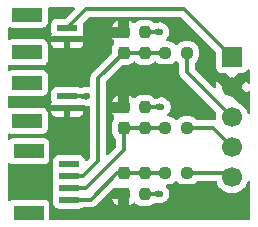
<source format=gbr>
%TF.GenerationSoftware,KiCad,Pcbnew,9.0.1*%
%TF.CreationDate,2025-04-08T23:45:02+08:00*%
%TF.ProjectId,HallConnector,48616c6c-436f-46e6-9e65-63746f722e6b,rev?*%
%TF.SameCoordinates,Original*%
%TF.FileFunction,Copper,L1,Top*%
%TF.FilePolarity,Positive*%
%FSLAX46Y46*%
G04 Gerber Fmt 4.6, Leading zero omitted, Abs format (unit mm)*
G04 Created by KiCad (PCBNEW 9.0.1) date 2025-04-08 23:45:02*
%MOMM*%
%LPD*%
G01*
G04 APERTURE LIST*
G04 Aperture macros list*
%AMRoundRect*
0 Rectangle with rounded corners*
0 $1 Rounding radius*
0 $2 $3 $4 $5 $6 $7 $8 $9 X,Y pos of 4 corners*
0 Add a 4 corners polygon primitive as box body*
4,1,4,$2,$3,$4,$5,$6,$7,$8,$9,$2,$3,0*
0 Add four circle primitives for the rounded corners*
1,1,$1+$1,$2,$3*
1,1,$1+$1,$4,$5*
1,1,$1+$1,$6,$7*
1,1,$1+$1,$8,$9*
0 Add four rect primitives between the rounded corners*
20,1,$1+$1,$2,$3,$4,$5,0*
20,1,$1+$1,$4,$5,$6,$7,0*
20,1,$1+$1,$6,$7,$8,$9,0*
20,1,$1+$1,$8,$9,$2,$3,0*%
G04 Aperture macros list end*
%TA.AperFunction,ComponentPad*%
%ADD10C,1.700000*%
%TD*%
%TA.AperFunction,ComponentPad*%
%ADD11R,1.700000X1.700000*%
%TD*%
%TA.AperFunction,SMDPad,CuDef*%
%ADD12R,2.500000X1.200000*%
%TD*%
%TA.AperFunction,SMDPad,CuDef*%
%ADD13R,1.700000X0.500000*%
%TD*%
%TA.AperFunction,SMDPad,CuDef*%
%ADD14RoundRect,0.237500X0.237500X-0.300000X0.237500X0.300000X-0.237500X0.300000X-0.237500X-0.300000X0*%
%TD*%
%TA.AperFunction,SMDPad,CuDef*%
%ADD15RoundRect,0.237500X-0.250000X-0.237500X0.250000X-0.237500X0.250000X0.237500X-0.250000X0.237500X0*%
%TD*%
%TA.AperFunction,SMDPad,CuDef*%
%ADD16RoundRect,0.237500X-0.237500X0.250000X-0.237500X-0.250000X0.237500X-0.250000X0.237500X0.250000X0*%
%TD*%
%TA.AperFunction,SMDPad,CuDef*%
%ADD17RoundRect,0.237500X0.237500X-0.250000X0.237500X0.250000X-0.237500X0.250000X-0.237500X-0.250000X0*%
%TD*%
%TA.AperFunction,SMDPad,CuDef*%
%ADD18RoundRect,0.237500X-0.237500X0.300000X-0.237500X-0.300000X0.237500X-0.300000X0.237500X0.300000X0*%
%TD*%
%TA.AperFunction,ViaPad*%
%ADD19C,0.600000*%
%TD*%
%TA.AperFunction,Conductor*%
%ADD20C,0.304800*%
%TD*%
G04 APERTURE END LIST*
D10*
%TO.P,J1,5,Pin_5*%
%TO.N,Net-(J1-Pin_5)*%
X138961500Y-65889000D03*
%TO.P,J1,4,Pin_4*%
%TO.N,Net-(J1-Pin_4)*%
X138961500Y-63349000D03*
%TO.P,J1,3,Pin_3*%
%TO.N,Net-(J1-Pin_3)*%
X138961500Y-60809000D03*
%TO.P,J1,2,Pin_2*%
%TO.N,GND*%
X138961500Y-58269000D03*
D11*
%TO.P,J1,1,Pin_1*%
%TO.N,+5V*%
X138961500Y-55729000D03*
%TD*%
D12*
%TO.P,U2,4,4*%
%TO.N,unconnected-(U2-Pad4)*%
X121626500Y-52121000D03*
%TO.P,U2,3,3*%
%TO.N,unconnected-(U2-Pad3)*%
X121626500Y-55321000D03*
D13*
%TO.P,U2,2,2*%
%TO.N,GND*%
X125026500Y-54221000D03*
%TO.P,U2,1,1*%
%TO.N,+5V*%
X125026500Y-53221000D03*
%TD*%
D14*
%TO.P,C2,2*%
%TO.N,GND*%
X129794000Y-59970500D03*
%TO.P,C2,1*%
%TO.N,/SPI1_MOSI*%
X129794000Y-61695500D03*
%TD*%
D12*
%TO.P,CN3,6,6*%
%TO.N,unconnected-(CN3-Pad6)*%
X121753500Y-68894000D03*
%TO.P,CN3,5,5*%
%TO.N,unconnected-(CN3-Pad5)*%
X121753500Y-63694000D03*
D13*
%TO.P,CN3,4,4*%
%TO.N,/SPI1_NSS*%
X125153500Y-67794000D03*
%TO.P,CN3,3,3*%
%TO.N,/SPI1_MOSI*%
X125153500Y-66794000D03*
%TO.P,CN3,2,2*%
%TO.N,/SPI1_MISO*%
X125153500Y-65794000D03*
%TO.P,CN3,1,1*%
%TO.N,unconnected-(CN3-Pad1)*%
X125153500Y-64794000D03*
%TD*%
D15*
%TO.P,R6,1*%
%TO.N,/SPI1_MISO*%
X133326500Y-55372000D03*
%TO.P,R6,2*%
%TO.N,Net-(J1-Pin_3)*%
X135151500Y-55372000D03*
%TD*%
D16*
%TO.P,R2,2*%
%TO.N,/SPI1_MOSI*%
X131572000Y-61745500D03*
%TO.P,R2,1*%
%TO.N,+3.3V*%
X131572000Y-59920500D03*
%TD*%
D12*
%TO.P,U1,4,4*%
%TO.N,unconnected-(U1-Pad4)*%
X121626500Y-57920000D03*
%TO.P,U1,3,3*%
%TO.N,unconnected-(U1-Pad3)*%
X121626500Y-61120000D03*
D13*
%TO.P,U1,2,2*%
%TO.N,GND*%
X125026500Y-60020000D03*
%TO.P,U1,1,1*%
%TO.N,+3.3V*%
X125026500Y-59020000D03*
%TD*%
D15*
%TO.P,R5,2*%
%TO.N,Net-(J1-Pin_4)*%
X135151500Y-61722000D03*
%TO.P,R5,1*%
%TO.N,/SPI1_MOSI*%
X133326500Y-61722000D03*
%TD*%
D14*
%TO.P,C1,2*%
%TO.N,GND*%
X129794000Y-53620500D03*
%TO.P,C1,1*%
%TO.N,/SPI1_MISO*%
X129794000Y-55345500D03*
%TD*%
D16*
%TO.P,R1,2*%
%TO.N,/SPI1_MISO*%
X131572000Y-55395500D03*
%TO.P,R1,1*%
%TO.N,+3.3V*%
X131572000Y-53570500D03*
%TD*%
D17*
%TO.P,R3,2*%
%TO.N,/SPI1_NSS*%
X131572000Y-65508500D03*
%TO.P,R3,1*%
%TO.N,+3.3V*%
X131572000Y-67333500D03*
%TD*%
D18*
%TO.P,C3,2*%
%TO.N,GND*%
X129794000Y-67283500D03*
%TO.P,C3,1*%
%TO.N,/SPI1_NSS*%
X129794000Y-65558500D03*
%TD*%
D15*
%TO.P,R4,2*%
%TO.N,Net-(J1-Pin_5)*%
X135151500Y-65532000D03*
%TO.P,R4,1*%
%TO.N,/SPI1_NSS*%
X133326500Y-65532000D03*
%TD*%
D19*
%TO.N,GND*%
X128651000Y-53594000D03*
X129794000Y-68453000D03*
X129794000Y-57785000D03*
X130429000Y-57785000D03*
X125730000Y-61214000D03*
X125730000Y-55372000D03*
X124968000Y-61214000D03*
X124968000Y-55372000D03*
%TO.N,+3.3V*%
X132842000Y-67310000D03*
X132842000Y-53594000D03*
X132969000Y-59944000D03*
X126728600Y-59055000D03*
%TD*%
D20*
%TO.N,/SPI1_MOSI*%
X126627000Y-66794000D02*
X125153500Y-66794000D01*
X129794000Y-63627000D02*
X126627000Y-66794000D01*
X129794000Y-61695500D02*
X129794000Y-63627000D01*
%TO.N,/SPI1_NSS*%
X127024000Y-67794000D02*
X125153500Y-67794000D01*
X129259500Y-65558500D02*
X127024000Y-67794000D01*
X129794000Y-65558500D02*
X129259500Y-65558500D01*
%TO.N,+5V*%
X134885900Y-51653400D02*
X138961500Y-55729000D01*
X126594100Y-51653400D02*
X134885900Y-51653400D01*
X125026500Y-53221000D02*
X126594100Y-51653400D01*
%TO.N,/SPI1_MISO*%
X126357000Y-65794000D02*
X125153500Y-65794000D01*
X127635000Y-64516000D02*
X126357000Y-65794000D01*
X127635000Y-57504500D02*
X127635000Y-64516000D01*
X129794000Y-55345500D02*
X127635000Y-57504500D01*
%TO.N,/SPI1_NSS*%
X129794000Y-65558500D02*
X131522000Y-65558500D01*
X131522000Y-65558500D02*
X131572000Y-65508500D01*
%TO.N,/SPI1_MOSI*%
X131522000Y-61695500D02*
X131572000Y-61745500D01*
X129794000Y-61695500D02*
X131522000Y-61695500D01*
%TO.N,/SPI1_MISO*%
X131522000Y-55345500D02*
X131572000Y-55395500D01*
X129794000Y-55345500D02*
X131522000Y-55345500D01*
%TO.N,+3.3V*%
X132842000Y-67310000D02*
X131595500Y-67310000D01*
X131595500Y-67310000D02*
X131572000Y-67333500D01*
X132842000Y-53594000D02*
X131595500Y-53594000D01*
X131595500Y-53594000D02*
X131572000Y-53570500D01*
X131595500Y-59944000D02*
X131572000Y-59920500D01*
X132969000Y-59944000D02*
X131595500Y-59944000D01*
X126693600Y-59020000D02*
X126728600Y-59055000D01*
X125026500Y-59020000D02*
X126693600Y-59020000D01*
%TO.N,Net-(J1-Pin_5)*%
X138604500Y-65532000D02*
X135151500Y-65532000D01*
X138961500Y-65889000D02*
X138604500Y-65532000D01*
%TO.N,/SPI1_NSS*%
X131595500Y-65532000D02*
X131572000Y-65508500D01*
X133326500Y-65532000D02*
X131595500Y-65532000D01*
%TO.N,/SPI1_MOSI*%
X131595500Y-61722000D02*
X131572000Y-61745500D01*
X133326500Y-61722000D02*
X131595500Y-61722000D01*
%TO.N,/SPI1_MISO*%
X131595500Y-55372000D02*
X131572000Y-55395500D01*
X133326500Y-55372000D02*
X131595500Y-55372000D01*
%TO.N,Net-(J1-Pin_4)*%
X138961500Y-63349000D02*
X137334500Y-61722000D01*
X137334500Y-61722000D02*
X135151500Y-61722000D01*
%TO.N,Net-(J1-Pin_3)*%
X135151500Y-56999000D02*
X135151500Y-55372000D01*
X138961500Y-60809000D02*
X135151500Y-56999000D01*
%TD*%
%TA.AperFunction,Conductor*%
%TO.N,GND*%
G36*
X125591337Y-51520185D02*
G01*
X125637092Y-51572989D01*
X125647036Y-51642147D01*
X125618011Y-51705703D01*
X125611979Y-51712181D01*
X124889977Y-52434181D01*
X124828654Y-52467666D01*
X124802296Y-52470500D01*
X124128629Y-52470500D01*
X124128623Y-52470501D01*
X124069016Y-52476908D01*
X123934171Y-52527202D01*
X123934164Y-52527206D01*
X123818955Y-52613452D01*
X123818952Y-52613455D01*
X123732706Y-52728664D01*
X123732702Y-52728671D01*
X123682410Y-52863513D01*
X123682409Y-52863517D01*
X123676000Y-52923127D01*
X123676000Y-52923134D01*
X123676000Y-52923135D01*
X123676000Y-53518870D01*
X123676001Y-53518876D01*
X123682408Y-53578483D01*
X123719668Y-53678381D01*
X123724652Y-53748073D01*
X123719668Y-53765046D01*
X123682903Y-53863617D01*
X123682901Y-53863627D01*
X123676500Y-53923155D01*
X123676500Y-53971000D01*
X124117333Y-53971000D01*
X124125311Y-53971427D01*
X124125317Y-53971322D01*
X124128602Y-53971497D01*
X124128627Y-53971500D01*
X125924372Y-53971499D01*
X125924372Y-53971498D01*
X125927696Y-53971321D01*
X125927701Y-53971426D01*
X125935663Y-53971000D01*
X126376500Y-53971000D01*
X126376500Y-53923172D01*
X126376499Y-53923155D01*
X126370098Y-53863627D01*
X126370096Y-53863620D01*
X126333331Y-53765047D01*
X126328347Y-53695356D01*
X126333331Y-53678381D01*
X126370591Y-53578483D01*
X126377000Y-53518873D01*
X126376999Y-53145500D01*
X128837553Y-53145500D01*
X129319000Y-53145500D01*
X129319000Y-52622263D01*
X129242699Y-52647546D01*
X129242688Y-52647551D01*
X129095965Y-52738052D01*
X129095961Y-52738055D01*
X128974055Y-52859961D01*
X128974052Y-52859965D01*
X128883551Y-53006688D01*
X128883546Y-53006699D01*
X128837553Y-53145500D01*
X126376999Y-53145500D01*
X126376999Y-52923128D01*
X126370790Y-52865373D01*
X126383196Y-52796616D01*
X126406396Y-52764443D01*
X126828221Y-52342619D01*
X126889544Y-52309134D01*
X126915902Y-52306300D01*
X134564097Y-52306300D01*
X134631136Y-52325985D01*
X134651778Y-52342619D01*
X137574681Y-55265521D01*
X137608166Y-55326844D01*
X137611000Y-55353202D01*
X137611000Y-56626870D01*
X137611001Y-56626876D01*
X137617408Y-56686483D01*
X137667702Y-56821328D01*
X137667706Y-56821335D01*
X137753952Y-56936544D01*
X137753955Y-56936547D01*
X137869164Y-57022793D01*
X137869171Y-57022797D01*
X137914118Y-57039561D01*
X138004017Y-57073091D01*
X138063627Y-57079500D01*
X138427745Y-57079499D01*
X138494782Y-57099183D01*
X138515424Y-57115818D01*
X138961500Y-57561894D01*
X138961501Y-57561894D01*
X139407575Y-57115818D01*
X139468898Y-57082333D01*
X139495254Y-57079499D01*
X139859372Y-57079499D01*
X139918983Y-57073091D01*
X140053831Y-57022796D01*
X140169046Y-56936546D01*
X140255296Y-56821331D01*
X140255979Y-56819500D01*
X140259318Y-56810549D01*
X140301188Y-56754615D01*
X140366652Y-56730197D01*
X140434925Y-56745048D01*
X140484331Y-56794453D01*
X140499500Y-56853881D01*
X140499500Y-57850879D01*
X140479815Y-57917918D01*
X140427011Y-57963673D01*
X140357853Y-57973617D01*
X140294297Y-57944592D01*
X140257569Y-57889197D01*
X140212594Y-57750781D01*
X140212594Y-57750780D01*
X140203896Y-57733708D01*
X139668606Y-58268999D01*
X139668606Y-58269001D01*
X140203895Y-58804290D01*
X140203895Y-58804289D01*
X140212593Y-58787220D01*
X140212594Y-58787218D01*
X140257569Y-58648801D01*
X140297007Y-58591125D01*
X140361365Y-58563927D01*
X140430212Y-58575842D01*
X140481687Y-58623086D01*
X140499500Y-58687119D01*
X140499500Y-60389264D01*
X140479815Y-60456303D01*
X140427011Y-60502058D01*
X140357853Y-60512002D01*
X140294297Y-60482977D01*
X140257569Y-60427582D01*
X140252674Y-60412516D01*
X140213057Y-60290588D01*
X140116551Y-60101184D01*
X140116549Y-60101181D01*
X140116548Y-60101179D01*
X139991609Y-59929213D01*
X139841286Y-59778890D01*
X139669320Y-59653951D01*
X139569052Y-59602862D01*
X139518256Y-59554887D01*
X139511006Y-59525611D01*
X138654493Y-58669099D01*
X138768507Y-58734925D01*
X138895674Y-58769000D01*
X139027326Y-58769000D01*
X139154493Y-58734925D01*
X139268507Y-58669099D01*
X139361599Y-58576007D01*
X139427425Y-58461993D01*
X139461500Y-58334826D01*
X139461500Y-58203174D01*
X139427425Y-58076007D01*
X139361599Y-57961993D01*
X139268507Y-57868901D01*
X139154493Y-57803075D01*
X139027326Y-57769000D01*
X138895674Y-57769000D01*
X138768507Y-57803075D01*
X138654493Y-57868901D01*
X138561401Y-57961993D01*
X138495575Y-58076007D01*
X138461500Y-58203174D01*
X138461500Y-58334826D01*
X138495575Y-58461993D01*
X138561401Y-58576007D01*
X137719103Y-57733709D01*
X137710404Y-57750783D01*
X137644742Y-57952869D01*
X137644742Y-57952872D01*
X137611500Y-58162753D01*
X137611500Y-58236297D01*
X137591815Y-58303336D01*
X137539011Y-58349091D01*
X137469853Y-58359035D01*
X137406297Y-58330010D01*
X137399819Y-58323978D01*
X135840719Y-56764878D01*
X135807234Y-56703555D01*
X135804400Y-56677197D01*
X135804400Y-56297290D01*
X135824085Y-56230251D01*
X135857319Y-56197630D01*
X135856681Y-56196823D01*
X135862348Y-56192341D01*
X135862347Y-56192341D01*
X135862350Y-56192340D01*
X135984340Y-56070350D01*
X136074908Y-55923516D01*
X136129174Y-55759753D01*
X136139500Y-55658677D01*
X136139499Y-55085324D01*
X136129174Y-54984247D01*
X136074908Y-54820484D01*
X135984340Y-54673650D01*
X135862350Y-54551660D01*
X135771129Y-54495395D01*
X135715518Y-54461093D01*
X135715513Y-54461091D01*
X135714069Y-54460612D01*
X135551753Y-54406826D01*
X135551751Y-54406825D01*
X135450678Y-54396500D01*
X134852330Y-54396500D01*
X134852312Y-54396501D01*
X134751247Y-54406825D01*
X134587484Y-54461092D01*
X134587481Y-54461093D01*
X134440648Y-54551661D01*
X134326681Y-54665629D01*
X134265358Y-54699114D01*
X134195666Y-54694130D01*
X134151319Y-54665629D01*
X134037351Y-54551661D01*
X134037350Y-54551660D01*
X133946129Y-54495395D01*
X133890518Y-54461093D01*
X133890513Y-54461091D01*
X133889069Y-54460612D01*
X133726753Y-54406826D01*
X133726751Y-54406825D01*
X133625684Y-54396500D01*
X133470940Y-54396500D01*
X133403901Y-54376815D01*
X133358146Y-54324011D01*
X133348202Y-54254853D01*
X133377227Y-54191297D01*
X133383245Y-54184832D01*
X133463789Y-54104289D01*
X133551394Y-53973179D01*
X133552090Y-53971500D01*
X133594266Y-53869676D01*
X133611737Y-53827497D01*
X133642500Y-53672842D01*
X133642500Y-53515158D01*
X133642500Y-53515155D01*
X133642499Y-53515153D01*
X133611738Y-53360510D01*
X133611737Y-53360503D01*
X133574798Y-53271323D01*
X133551397Y-53214827D01*
X133551390Y-53214814D01*
X133463789Y-53083711D01*
X133463786Y-53083707D01*
X133352292Y-52972213D01*
X133352288Y-52972210D01*
X133221185Y-52884609D01*
X133221172Y-52884602D01*
X133075501Y-52824264D01*
X133075489Y-52824261D01*
X132920845Y-52793500D01*
X132920842Y-52793500D01*
X132763158Y-52793500D01*
X132763153Y-52793500D01*
X132689169Y-52808216D01*
X132689140Y-52808222D01*
X132682201Y-52809603D01*
X132642092Y-52814278D01*
X132476078Y-52858231D01*
X132474313Y-52858646D01*
X132441124Y-52856816D01*
X132407870Y-52855926D01*
X132406177Y-52854890D01*
X132404550Y-52854801D01*
X132396450Y-52848941D01*
X132358298Y-52825608D01*
X132270351Y-52737661D01*
X132270350Y-52737660D01*
X132179129Y-52681395D01*
X132123518Y-52647093D01*
X132123513Y-52647091D01*
X132048587Y-52622263D01*
X131959753Y-52592826D01*
X131959751Y-52592825D01*
X131858678Y-52582500D01*
X131285330Y-52582500D01*
X131285312Y-52582501D01*
X131184247Y-52592825D01*
X131020484Y-52647092D01*
X131020481Y-52647093D01*
X130873651Y-52737659D01*
X130770327Y-52840983D01*
X130709004Y-52874467D01*
X130639312Y-52869483D01*
X130594965Y-52840982D01*
X130492038Y-52738055D01*
X130492034Y-52738052D01*
X130345311Y-52647551D01*
X130345300Y-52647546D01*
X130269000Y-52622263D01*
X130269000Y-53496500D01*
X130249315Y-53563539D01*
X130196511Y-53609294D01*
X130145000Y-53620500D01*
X129794000Y-53620500D01*
X129794000Y-53971500D01*
X129774315Y-54038539D01*
X129721511Y-54084294D01*
X129670000Y-54095500D01*
X128837553Y-54095500D01*
X128883546Y-54234300D01*
X128883551Y-54234311D01*
X128974052Y-54381034D01*
X128974055Y-54381038D01*
X128987982Y-54394965D01*
X129021467Y-54456288D01*
X129016483Y-54525980D01*
X128987984Y-54570325D01*
X128973661Y-54584648D01*
X128883093Y-54731481D01*
X128883092Y-54731484D01*
X128828826Y-54895247D01*
X128828826Y-54895248D01*
X128828825Y-54895248D01*
X128818500Y-54996315D01*
X128818500Y-55346296D01*
X128798815Y-55413335D01*
X128782181Y-55433977D01*
X127127863Y-57088294D01*
X127127857Y-57088301D01*
X127060278Y-57189441D01*
X127060279Y-57189442D01*
X127056407Y-57195235D01*
X127007191Y-57314055D01*
X127007189Y-57314061D01*
X126982100Y-57440192D01*
X126982100Y-58138147D01*
X126962415Y-58205186D01*
X126909611Y-58250941D01*
X126840453Y-58260885D01*
X126833908Y-58259764D01*
X126807444Y-58254500D01*
X126807442Y-58254500D01*
X126649758Y-58254500D01*
X126603602Y-58263680D01*
X126586114Y-58265881D01*
X126559767Y-58267306D01*
X126201941Y-58338667D01*
X126132347Y-58332474D01*
X126119304Y-58326380D01*
X125983982Y-58275908D01*
X125983983Y-58275908D01*
X125924383Y-58269501D01*
X125924381Y-58269500D01*
X125924373Y-58269500D01*
X125924364Y-58269500D01*
X124128629Y-58269500D01*
X124128623Y-58269501D01*
X124069016Y-58275908D01*
X123934171Y-58326202D01*
X123934164Y-58326206D01*
X123818955Y-58412452D01*
X123818952Y-58412455D01*
X123732706Y-58527664D01*
X123732702Y-58527671D01*
X123682410Y-58662513D01*
X123682409Y-58662517D01*
X123676000Y-58722127D01*
X123676000Y-58722134D01*
X123676000Y-58722135D01*
X123676000Y-59317870D01*
X123676001Y-59317876D01*
X123682408Y-59377483D01*
X123719668Y-59477381D01*
X123724652Y-59547073D01*
X123719668Y-59564046D01*
X123682903Y-59662617D01*
X123682901Y-59662627D01*
X123676500Y-59722155D01*
X123676500Y-59770000D01*
X124117333Y-59770000D01*
X124125311Y-59770427D01*
X124125317Y-59770322D01*
X124128602Y-59770497D01*
X124128627Y-59770500D01*
X125924372Y-59770499D01*
X125924372Y-59770498D01*
X125927696Y-59770321D01*
X125927701Y-59770426D01*
X125935663Y-59770000D01*
X126312161Y-59770000D01*
X126314861Y-59770434D01*
X126316281Y-59770068D01*
X126351029Y-59776248D01*
X126479712Y-59818726D01*
X126488291Y-59821915D01*
X126495105Y-59824738D01*
X126497515Y-59825217D01*
X126508739Y-59827998D01*
X126527505Y-59833588D01*
X126528397Y-59833825D01*
X126528855Y-59833947D01*
X126612242Y-59848803D01*
X126612244Y-59848802D01*
X126615967Y-59849466D01*
X126625991Y-59850772D01*
X126649758Y-59855500D01*
X126649759Y-59855500D01*
X126807444Y-59855500D01*
X126833908Y-59850236D01*
X126903500Y-59856463D01*
X126958677Y-59899326D01*
X126981922Y-59965216D01*
X126982100Y-59971853D01*
X126982100Y-64194197D01*
X126962415Y-64261236D01*
X126945781Y-64281878D01*
X126709353Y-64518305D01*
X126648030Y-64551790D01*
X126578338Y-64546806D01*
X126522405Y-64504934D01*
X126498382Y-64443875D01*
X126497591Y-64436516D01*
X126447297Y-64301671D01*
X126447293Y-64301664D01*
X126361047Y-64186455D01*
X126361044Y-64186452D01*
X126245835Y-64100206D01*
X126245828Y-64100202D01*
X126110982Y-64049908D01*
X126110983Y-64049908D01*
X126051383Y-64043501D01*
X126051381Y-64043500D01*
X126051373Y-64043500D01*
X126051364Y-64043500D01*
X124255629Y-64043500D01*
X124255623Y-64043501D01*
X124196016Y-64049908D01*
X124061171Y-64100202D01*
X124061164Y-64100206D01*
X123945955Y-64186452D01*
X123945952Y-64186455D01*
X123859706Y-64301664D01*
X123859702Y-64301671D01*
X123809410Y-64436513D01*
X123809409Y-64436517D01*
X123803000Y-64496127D01*
X123803000Y-64496134D01*
X123803000Y-64496135D01*
X123803000Y-65091870D01*
X123803001Y-65091876D01*
X123809409Y-65151484D01*
X123846401Y-65250668D01*
X123851385Y-65320360D01*
X123846401Y-65337332D01*
X123809410Y-65436511D01*
X123809409Y-65436515D01*
X123809409Y-65436517D01*
X123803000Y-65496127D01*
X123803000Y-65496134D01*
X123803000Y-65496135D01*
X123803000Y-66091870D01*
X123803001Y-66091876D01*
X123809409Y-66151484D01*
X123846401Y-66250668D01*
X123851385Y-66320360D01*
X123846401Y-66337332D01*
X123809410Y-66436511D01*
X123809409Y-66436515D01*
X123809409Y-66436517D01*
X123803000Y-66496127D01*
X123803000Y-66496134D01*
X123803000Y-66496135D01*
X123803000Y-67091870D01*
X123803001Y-67091876D01*
X123809409Y-67151484D01*
X123846401Y-67250668D01*
X123851385Y-67320360D01*
X123846401Y-67337332D01*
X123809410Y-67436511D01*
X123809409Y-67436515D01*
X123809409Y-67436517D01*
X123803000Y-67496127D01*
X123803000Y-67496134D01*
X123803000Y-67496135D01*
X123803000Y-68091870D01*
X123803001Y-68091876D01*
X123809408Y-68151483D01*
X123859702Y-68286328D01*
X123859706Y-68286335D01*
X123945952Y-68401544D01*
X123945955Y-68401547D01*
X124061164Y-68487793D01*
X124061171Y-68487797D01*
X124196017Y-68538091D01*
X124196016Y-68538091D01*
X124202944Y-68538835D01*
X124255627Y-68544500D01*
X126051372Y-68544499D01*
X126110983Y-68538091D01*
X126245831Y-68487796D01*
X126267422Y-68471633D01*
X126332886Y-68447216D01*
X126341733Y-68446900D01*
X127088307Y-68446900D01*
X127173165Y-68430019D01*
X127214444Y-68421809D01*
X127333264Y-68372592D01*
X127440200Y-68301141D01*
X127884296Y-67857045D01*
X127982841Y-67758500D01*
X128837553Y-67758500D01*
X128883546Y-67897300D01*
X128883551Y-67897311D01*
X128974052Y-68044034D01*
X128974055Y-68044038D01*
X129095961Y-68165944D01*
X129095965Y-68165947D01*
X129242694Y-68256451D01*
X129319000Y-68281735D01*
X129319000Y-67758500D01*
X128837553Y-67758500D01*
X127982841Y-67758500D01*
X128091709Y-67649632D01*
X128664842Y-67076498D01*
X128896520Y-66844818D01*
X128957843Y-66811334D01*
X128984201Y-66808500D01*
X129670000Y-66808500D01*
X129737039Y-66828185D01*
X129782794Y-66880989D01*
X129794000Y-66932500D01*
X129794000Y-67283500D01*
X130145000Y-67283500D01*
X130212039Y-67303185D01*
X130257794Y-67355989D01*
X130269000Y-67407500D01*
X130269000Y-68281735D01*
X130345305Y-68256451D01*
X130492033Y-68165948D01*
X130594964Y-68063017D01*
X130656287Y-68029532D01*
X130725979Y-68034516D01*
X130770327Y-68063017D01*
X130873650Y-68166340D01*
X131020484Y-68256908D01*
X131184247Y-68311174D01*
X131285323Y-68321500D01*
X131858676Y-68321499D01*
X131858684Y-68321498D01*
X131858687Y-68321498D01*
X131914030Y-68315844D01*
X131959753Y-68311174D01*
X132123516Y-68256908D01*
X132270350Y-68166340D01*
X132358304Y-68078385D01*
X132419623Y-68044903D01*
X132477715Y-68046198D01*
X132642091Y-68089720D01*
X132656261Y-68093254D01*
X132656936Y-68093412D01*
X132678515Y-68096920D01*
X132725481Y-68104557D01*
X132725483Y-68104557D01*
X132725489Y-68104558D01*
X132725494Y-68104557D01*
X132727542Y-68104671D01*
X132744889Y-68106866D01*
X132763155Y-68110500D01*
X132763158Y-68110500D01*
X132920844Y-68110500D01*
X132920845Y-68110499D01*
X133075497Y-68079737D01*
X133221179Y-68019394D01*
X133352289Y-67931789D01*
X133463789Y-67820289D01*
X133551394Y-67689179D01*
X133611737Y-67543497D01*
X133642500Y-67388842D01*
X133642500Y-67231158D01*
X133642500Y-67231155D01*
X133642499Y-67231153D01*
X133626652Y-67151484D01*
X133611737Y-67076503D01*
X133552399Y-66933247D01*
X133551397Y-66930827D01*
X133551390Y-66930814D01*
X133463789Y-66799711D01*
X133463786Y-66799707D01*
X133383259Y-66719180D01*
X133349774Y-66657857D01*
X133354758Y-66588165D01*
X133396630Y-66532232D01*
X133462094Y-66507815D01*
X133470932Y-66507499D01*
X133625676Y-66507499D01*
X133625684Y-66507498D01*
X133625687Y-66507498D01*
X133681030Y-66501844D01*
X133726753Y-66497174D01*
X133890516Y-66442908D01*
X134037350Y-66352340D01*
X134151319Y-66238371D01*
X134212642Y-66204886D01*
X134282334Y-66209870D01*
X134326681Y-66238371D01*
X134440650Y-66352340D01*
X134587484Y-66442908D01*
X134751247Y-66497174D01*
X134852323Y-66507500D01*
X135450676Y-66507499D01*
X135450684Y-66507498D01*
X135450687Y-66507498D01*
X135506030Y-66501844D01*
X135551753Y-66497174D01*
X135715516Y-66442908D01*
X135862350Y-66352340D01*
X135984340Y-66230350D01*
X135984340Y-66230349D01*
X135989447Y-66225243D01*
X135990741Y-66226537D01*
X136040068Y-66191612D01*
X136080310Y-66184900D01*
X137547553Y-66184900D01*
X137614592Y-66204585D01*
X137660347Y-66257389D01*
X137665484Y-66270581D01*
X137709944Y-66407416D01*
X137806451Y-66596820D01*
X137931390Y-66768786D01*
X138081713Y-66919109D01*
X138253679Y-67044048D01*
X138253681Y-67044049D01*
X138253684Y-67044051D01*
X138443088Y-67140557D01*
X138645257Y-67206246D01*
X138855213Y-67239500D01*
X138855214Y-67239500D01*
X139067786Y-67239500D01*
X139067787Y-67239500D01*
X139277743Y-67206246D01*
X139479912Y-67140557D01*
X139669316Y-67044051D01*
X139821826Y-66933247D01*
X139841286Y-66919109D01*
X139841288Y-66919106D01*
X139841292Y-66919104D01*
X139991604Y-66768792D01*
X139991606Y-66768788D01*
X139991609Y-66768786D01*
X140116548Y-66596820D01*
X140116547Y-66596820D01*
X140116551Y-66596816D01*
X140213057Y-66407412D01*
X140257570Y-66270415D01*
X140297006Y-66212741D01*
X140361365Y-66185543D01*
X140430211Y-66197458D01*
X140481687Y-66244702D01*
X140499500Y-66308735D01*
X140499500Y-69375500D01*
X140479815Y-69442539D01*
X140427011Y-69488294D01*
X140375500Y-69499500D01*
X123628000Y-69499500D01*
X123560961Y-69479815D01*
X123515206Y-69427011D01*
X123504000Y-69375500D01*
X123503999Y-68246129D01*
X123503998Y-68246123D01*
X123497591Y-68186516D01*
X123447297Y-68051671D01*
X123447293Y-68051664D01*
X123361047Y-67936455D01*
X123361044Y-67936452D01*
X123245835Y-67850206D01*
X123245828Y-67850202D01*
X123110982Y-67799908D01*
X123110983Y-67799908D01*
X123051383Y-67793501D01*
X123051381Y-67793500D01*
X123051373Y-67793500D01*
X123051364Y-67793500D01*
X120455629Y-67793500D01*
X120455623Y-67793501D01*
X120396016Y-67799908D01*
X120261171Y-67850202D01*
X120261168Y-67850204D01*
X120198811Y-67896885D01*
X120133347Y-67921302D01*
X120065074Y-67906450D01*
X120015668Y-67857045D01*
X120000500Y-67797618D01*
X120000500Y-64790381D01*
X120020185Y-64723342D01*
X120072989Y-64677587D01*
X120142147Y-64667643D01*
X120198810Y-64691114D01*
X120256030Y-64733949D01*
X120261168Y-64737795D01*
X120261171Y-64737797D01*
X120396017Y-64788091D01*
X120396016Y-64788091D01*
X120402944Y-64788835D01*
X120455627Y-64794500D01*
X123051372Y-64794499D01*
X123110983Y-64788091D01*
X123245831Y-64737796D01*
X123361046Y-64651546D01*
X123447296Y-64536331D01*
X123497591Y-64401483D01*
X123504000Y-64341873D01*
X123503999Y-63046128D01*
X123497591Y-62986517D01*
X123447296Y-62851669D01*
X123447295Y-62851668D01*
X123447293Y-62851664D01*
X123361047Y-62736455D01*
X123361044Y-62736452D01*
X123245835Y-62650206D01*
X123245828Y-62650202D01*
X123110982Y-62599908D01*
X123110983Y-62599908D01*
X123051383Y-62593501D01*
X123051381Y-62593500D01*
X123051373Y-62593500D01*
X123051364Y-62593500D01*
X120455629Y-62593500D01*
X120455623Y-62593501D01*
X120396016Y-62599908D01*
X120261171Y-62650202D01*
X120261168Y-62650204D01*
X120198811Y-62696885D01*
X120133347Y-62721302D01*
X120065074Y-62706450D01*
X120015668Y-62657045D01*
X120000500Y-62597618D01*
X120000500Y-62292534D01*
X120020185Y-62225495D01*
X120072989Y-62179740D01*
X120142147Y-62169796D01*
X120167833Y-62176352D01*
X120269017Y-62214091D01*
X120269016Y-62214091D01*
X120275944Y-62214835D01*
X120328627Y-62220500D01*
X122924372Y-62220499D01*
X122983983Y-62214091D01*
X123118831Y-62163796D01*
X123234046Y-62077546D01*
X123320296Y-61962331D01*
X123370591Y-61827483D01*
X123377000Y-61767873D01*
X123376999Y-60472128D01*
X123370591Y-60412517D01*
X123361919Y-60389264D01*
X123335281Y-60317844D01*
X123676500Y-60317844D01*
X123682901Y-60377372D01*
X123682903Y-60377379D01*
X123733145Y-60512086D01*
X123733149Y-60512093D01*
X123819309Y-60627187D01*
X123819312Y-60627190D01*
X123934406Y-60713350D01*
X123934413Y-60713354D01*
X124069120Y-60763596D01*
X124069127Y-60763598D01*
X124128655Y-60769999D01*
X124128672Y-60770000D01*
X124776500Y-60770000D01*
X125276500Y-60770000D01*
X125924328Y-60770000D01*
X125924344Y-60769999D01*
X125983872Y-60763598D01*
X125983879Y-60763596D01*
X126118586Y-60713354D01*
X126118593Y-60713350D01*
X126233687Y-60627190D01*
X126233690Y-60627187D01*
X126319850Y-60512093D01*
X126319854Y-60512086D01*
X126370096Y-60377379D01*
X126370098Y-60377372D01*
X126376499Y-60317844D01*
X126376500Y-60317827D01*
X126376500Y-60270000D01*
X125276500Y-60270000D01*
X125276500Y-60770000D01*
X124776500Y-60770000D01*
X124776500Y-60270000D01*
X123676500Y-60270000D01*
X123676500Y-60317844D01*
X123335281Y-60317844D01*
X123320296Y-60277668D01*
X123320295Y-60277667D01*
X123234047Y-60162455D01*
X123234044Y-60162452D01*
X123118835Y-60076206D01*
X123118828Y-60076202D01*
X122983982Y-60025908D01*
X122983983Y-60025908D01*
X122924383Y-60019501D01*
X122924381Y-60019500D01*
X122924373Y-60019500D01*
X122924364Y-60019500D01*
X120328629Y-60019500D01*
X120328623Y-60019501D01*
X120269015Y-60025909D01*
X120167832Y-60063647D01*
X120098140Y-60068631D01*
X120036818Y-60035145D01*
X120003333Y-59973822D01*
X120000500Y-59947465D01*
X120000500Y-59092534D01*
X120020185Y-59025495D01*
X120072989Y-58979740D01*
X120142147Y-58969796D01*
X120167833Y-58976352D01*
X120269017Y-59014091D01*
X120269016Y-59014091D01*
X120275944Y-59014835D01*
X120328627Y-59020500D01*
X122924372Y-59020499D01*
X122983983Y-59014091D01*
X123118831Y-58963796D01*
X123234046Y-58877546D01*
X123320296Y-58762331D01*
X123370591Y-58627483D01*
X123377000Y-58567873D01*
X123376999Y-57272128D01*
X123370591Y-57212517D01*
X123364145Y-57195235D01*
X123320297Y-57077671D01*
X123320293Y-57077664D01*
X123234047Y-56962455D01*
X123234044Y-56962452D01*
X123118835Y-56876206D01*
X123118828Y-56876202D01*
X122983982Y-56825908D01*
X122983983Y-56825908D01*
X122924383Y-56819501D01*
X122924381Y-56819500D01*
X122924373Y-56819500D01*
X122924364Y-56819500D01*
X120328629Y-56819500D01*
X120328623Y-56819501D01*
X120269015Y-56825909D01*
X120167832Y-56863647D01*
X120098140Y-56868631D01*
X120036818Y-56835145D01*
X120003333Y-56773822D01*
X120000500Y-56747465D01*
X120000500Y-56493534D01*
X120020185Y-56426495D01*
X120072989Y-56380740D01*
X120142147Y-56370796D01*
X120167833Y-56377352D01*
X120269017Y-56415091D01*
X120269016Y-56415091D01*
X120275944Y-56415835D01*
X120328627Y-56421500D01*
X122924372Y-56421499D01*
X122983983Y-56415091D01*
X123118831Y-56364796D01*
X123234046Y-56278546D01*
X123320296Y-56163331D01*
X123370591Y-56028483D01*
X123377000Y-55968873D01*
X123376999Y-54673128D01*
X123370591Y-54613517D01*
X123367086Y-54604118D01*
X123335281Y-54518844D01*
X123676500Y-54518844D01*
X123682901Y-54578372D01*
X123682903Y-54578379D01*
X123733145Y-54713086D01*
X123733149Y-54713093D01*
X123819309Y-54828187D01*
X123819312Y-54828190D01*
X123934406Y-54914350D01*
X123934413Y-54914354D01*
X124069120Y-54964596D01*
X124069127Y-54964598D01*
X124128655Y-54970999D01*
X124128672Y-54971000D01*
X124776500Y-54971000D01*
X125276500Y-54971000D01*
X125924328Y-54971000D01*
X125924344Y-54970999D01*
X125983872Y-54964598D01*
X125983879Y-54964596D01*
X126118586Y-54914354D01*
X126118593Y-54914350D01*
X126233687Y-54828190D01*
X126233690Y-54828187D01*
X126319850Y-54713093D01*
X126319854Y-54713086D01*
X126370096Y-54578379D01*
X126370098Y-54578372D01*
X126376499Y-54518844D01*
X126376500Y-54518827D01*
X126376500Y-54471000D01*
X125276500Y-54471000D01*
X125276500Y-54971000D01*
X124776500Y-54971000D01*
X124776500Y-54471000D01*
X123676500Y-54471000D01*
X123676500Y-54518844D01*
X123335281Y-54518844D01*
X123320296Y-54478668D01*
X123320295Y-54478667D01*
X123234047Y-54363455D01*
X123234044Y-54363452D01*
X123118835Y-54277206D01*
X123118828Y-54277202D01*
X122983982Y-54226908D01*
X122983983Y-54226908D01*
X122924383Y-54220501D01*
X122924381Y-54220500D01*
X122924373Y-54220500D01*
X122924364Y-54220500D01*
X120328629Y-54220500D01*
X120328623Y-54220501D01*
X120269015Y-54226909D01*
X120167832Y-54264647D01*
X120098140Y-54269631D01*
X120036818Y-54236145D01*
X120003333Y-54174822D01*
X120000500Y-54148465D01*
X120000500Y-53293534D01*
X120020185Y-53226495D01*
X120072989Y-53180740D01*
X120142147Y-53170796D01*
X120167833Y-53177352D01*
X120269017Y-53215091D01*
X120269016Y-53215091D01*
X120275944Y-53215835D01*
X120328627Y-53221500D01*
X122924372Y-53221499D01*
X122983983Y-53215091D01*
X123118831Y-53164796D01*
X123234046Y-53078546D01*
X123320296Y-52963331D01*
X123370591Y-52828483D01*
X123377000Y-52768873D01*
X123376999Y-51624499D01*
X123396684Y-51557461D01*
X123449487Y-51511706D01*
X123500999Y-51500500D01*
X125524298Y-51500500D01*
X125591337Y-51520185D01*
G37*
%TD.AperFunction*%
%TA.AperFunction,Conductor*%
G36*
X134282334Y-56049870D02*
G01*
X134326681Y-56078371D01*
X134440650Y-56192340D01*
X134444018Y-56194417D01*
X134448103Y-56197424D01*
X134466312Y-56221342D01*
X134486413Y-56243683D01*
X134487729Y-56249472D01*
X134490427Y-56253016D01*
X134491447Y-56265830D01*
X134498600Y-56297290D01*
X134498600Y-57063305D01*
X134498600Y-57063307D01*
X134498599Y-57063307D01*
X134523689Y-57189438D01*
X134523691Y-57189444D01*
X134572908Y-57308264D01*
X134644359Y-57415200D01*
X134644362Y-57415204D01*
X134644363Y-57415205D01*
X137610196Y-60381037D01*
X137643681Y-60442360D01*
X137644988Y-60488115D01*
X137615546Y-60674011D01*
X137611000Y-60702713D01*
X137611000Y-60915287D01*
X137614067Y-60934648D01*
X137615225Y-60941961D01*
X137606269Y-61011255D01*
X137561271Y-61064706D01*
X137494519Y-61085344D01*
X137468560Y-61082975D01*
X137424107Y-61074132D01*
X137398805Y-61069100D01*
X137398804Y-61069100D01*
X136080310Y-61069100D01*
X136013271Y-61049415D01*
X135989940Y-61028263D01*
X135989447Y-61028757D01*
X135862351Y-60901661D01*
X135862350Y-60901660D01*
X135771129Y-60845395D01*
X135715518Y-60811093D01*
X135715513Y-60811091D01*
X135714069Y-60810612D01*
X135551753Y-60756826D01*
X135551751Y-60756825D01*
X135450678Y-60746500D01*
X134852330Y-60746500D01*
X134852312Y-60746501D01*
X134751247Y-60756825D01*
X134587484Y-60811092D01*
X134587481Y-60811093D01*
X134440648Y-60901661D01*
X134326681Y-61015629D01*
X134265358Y-61049114D01*
X134195666Y-61044130D01*
X134151319Y-61015629D01*
X134037351Y-60901661D01*
X134037350Y-60901660D01*
X133946129Y-60845395D01*
X133890518Y-60811093D01*
X133890513Y-60811091D01*
X133889069Y-60810612D01*
X133726753Y-60756826D01*
X133726751Y-60756825D01*
X133625684Y-60746500D01*
X133597940Y-60746500D01*
X133530901Y-60726815D01*
X133485146Y-60674011D01*
X133475202Y-60604853D01*
X133504227Y-60541297D01*
X133510245Y-60534832D01*
X133590789Y-60454289D01*
X133678394Y-60323179D01*
X133679090Y-60321500D01*
X133738735Y-60177501D01*
X133738737Y-60177497D01*
X133769500Y-60022842D01*
X133769500Y-59865158D01*
X133769500Y-59865155D01*
X133769499Y-59865153D01*
X133763292Y-59833947D01*
X133738737Y-59710503D01*
X133715312Y-59653949D01*
X133678397Y-59564827D01*
X133678390Y-59564814D01*
X133590789Y-59433711D01*
X133590786Y-59433707D01*
X133479292Y-59322213D01*
X133479288Y-59322210D01*
X133348185Y-59234609D01*
X133348172Y-59234602D01*
X133202501Y-59174264D01*
X133202489Y-59174261D01*
X133047845Y-59143500D01*
X133047842Y-59143500D01*
X132890158Y-59143500D01*
X132814088Y-59158631D01*
X132804257Y-59160179D01*
X132769092Y-59164278D01*
X132769090Y-59164278D01*
X132504303Y-59234384D01*
X132434458Y-59232513D01*
X132384885Y-59202195D01*
X132270351Y-59087661D01*
X132270350Y-59087660D01*
X132169565Y-59025495D01*
X132123518Y-58997093D01*
X132123513Y-58997091D01*
X132071151Y-58979740D01*
X131959753Y-58942826D01*
X131959751Y-58942825D01*
X131858678Y-58932500D01*
X131285330Y-58932500D01*
X131285312Y-58932501D01*
X131184247Y-58942825D01*
X131020484Y-58997092D01*
X131020481Y-58997093D01*
X130873651Y-59087659D01*
X130770327Y-59190983D01*
X130709004Y-59224467D01*
X130639312Y-59219483D01*
X130594965Y-59190982D01*
X130492038Y-59088055D01*
X130492034Y-59088052D01*
X130345311Y-58997551D01*
X130345300Y-58997546D01*
X130269000Y-58972263D01*
X130269000Y-59846500D01*
X130249315Y-59913539D01*
X130196511Y-59959294D01*
X130145000Y-59970500D01*
X129794000Y-59970500D01*
X129794000Y-60321500D01*
X129774315Y-60388539D01*
X129721511Y-60434294D01*
X129670000Y-60445500D01*
X128837553Y-60445500D01*
X128883546Y-60584300D01*
X128883551Y-60584311D01*
X128974052Y-60731034D01*
X128974055Y-60731038D01*
X128987982Y-60744965D01*
X129021467Y-60806288D01*
X129016483Y-60875980D01*
X128987984Y-60920325D01*
X128973661Y-60934648D01*
X128883093Y-61081481D01*
X128883091Y-61081486D01*
X128866107Y-61132741D01*
X128828826Y-61245247D01*
X128828826Y-61245248D01*
X128828825Y-61245248D01*
X128818500Y-61346315D01*
X128818500Y-62044669D01*
X128818501Y-62044687D01*
X128828825Y-62145752D01*
X128883092Y-62309515D01*
X128883093Y-62309518D01*
X128907076Y-62348400D01*
X128968399Y-62447821D01*
X128973661Y-62456351D01*
X129100757Y-62583447D01*
X129099460Y-62584743D01*
X129134382Y-62634049D01*
X129141100Y-62674309D01*
X129141100Y-63305197D01*
X129121415Y-63372236D01*
X129104781Y-63392878D01*
X128499581Y-63998078D01*
X128438258Y-64031563D01*
X128368566Y-64026579D01*
X128312633Y-63984707D01*
X128288216Y-63919243D01*
X128287900Y-63910397D01*
X128287900Y-59495500D01*
X128837553Y-59495500D01*
X129319000Y-59495500D01*
X129319000Y-58972263D01*
X129242699Y-58997546D01*
X129242688Y-58997551D01*
X129095965Y-59088052D01*
X129095961Y-59088055D01*
X128974055Y-59209961D01*
X128974052Y-59209965D01*
X128883551Y-59356688D01*
X128883546Y-59356699D01*
X128837553Y-59495500D01*
X128287900Y-59495500D01*
X128287900Y-57826301D01*
X128307585Y-57759262D01*
X128324214Y-57738625D01*
X129643021Y-56419817D01*
X129704344Y-56386333D01*
X129730702Y-56383499D01*
X130080670Y-56383499D01*
X130080676Y-56383499D01*
X130181753Y-56373174D01*
X130345516Y-56318908D01*
X130492350Y-56228340D01*
X130595319Y-56125371D01*
X130656642Y-56091886D01*
X130726334Y-56096870D01*
X130770681Y-56125371D01*
X130873650Y-56228340D01*
X131020484Y-56318908D01*
X131184247Y-56373174D01*
X131285323Y-56383500D01*
X131858676Y-56383499D01*
X131858684Y-56383498D01*
X131858687Y-56383498D01*
X131918852Y-56377352D01*
X131959753Y-56373174D01*
X132123516Y-56318908D01*
X132270350Y-56228340D01*
X132373319Y-56125371D01*
X132434642Y-56091886D01*
X132504334Y-56096870D01*
X132548681Y-56125371D01*
X132615650Y-56192340D01*
X132762484Y-56282908D01*
X132926247Y-56337174D01*
X133027323Y-56347500D01*
X133625676Y-56347499D01*
X133625684Y-56347498D01*
X133625687Y-56347498D01*
X133681030Y-56341844D01*
X133726753Y-56337174D01*
X133890516Y-56282908D01*
X134037350Y-56192340D01*
X134151319Y-56078371D01*
X134212642Y-56044886D01*
X134282334Y-56049870D01*
G37*
%TD.AperFunction*%
%TD*%
%TA.AperFunction,Conductor*%
%TO.N,+3.3V*%
G36*
X132780346Y-67020136D02*
G01*
X132785776Y-67027256D01*
X132785934Y-67027931D01*
X132842530Y-67307680D01*
X132842530Y-67312320D01*
X132785934Y-67592068D01*
X132780934Y-67599497D01*
X132772146Y-67601216D01*
X132771471Y-67601058D01*
X132256469Y-67464704D01*
X132249349Y-67459274D01*
X132247764Y-67453394D01*
X132247764Y-67166605D01*
X132251191Y-67158332D01*
X132256468Y-67155295D01*
X132771472Y-67018941D01*
X132780346Y-67020136D01*
G37*
%TD.AperFunction*%
%TD*%
%TA.AperFunction,Conductor*%
%TO.N,+3.3V*%
G36*
X132780346Y-53304136D02*
G01*
X132785776Y-53311256D01*
X132785934Y-53311931D01*
X132842530Y-53591680D01*
X132842530Y-53596320D01*
X132785934Y-53876068D01*
X132780934Y-53883497D01*
X132772146Y-53885216D01*
X132771471Y-53885058D01*
X132256469Y-53748704D01*
X132249349Y-53743274D01*
X132247764Y-53737394D01*
X132247764Y-53450605D01*
X132251191Y-53442332D01*
X132256468Y-53439295D01*
X132771472Y-53302941D01*
X132780346Y-53304136D01*
G37*
%TD.AperFunction*%
%TD*%
%TA.AperFunction,Conductor*%
%TO.N,+3.3V*%
G36*
X132907346Y-59654136D02*
G01*
X132912776Y-59661256D01*
X132912934Y-59661931D01*
X132969530Y-59941680D01*
X132969530Y-59946320D01*
X132912934Y-60226068D01*
X132907934Y-60233497D01*
X132899146Y-60235216D01*
X132898471Y-60235058D01*
X132383469Y-60098704D01*
X132376349Y-60093274D01*
X132374764Y-60087394D01*
X132374764Y-59800605D01*
X132378191Y-59792332D01*
X132383468Y-59789295D01*
X132898472Y-59652941D01*
X132907346Y-59654136D01*
G37*
%TD.AperFunction*%
%TD*%
%TA.AperFunction,Conductor*%
%TO.N,+3.3V*%
G36*
X126667413Y-58764788D02*
G01*
X126672386Y-58772199D01*
X126729130Y-59052680D01*
X126729130Y-59057320D01*
X126672687Y-59336313D01*
X126667687Y-59343742D01*
X126658899Y-59345461D01*
X126657558Y-59345104D01*
X126357031Y-59245901D01*
X126142396Y-59175051D01*
X126135614Y-59169204D01*
X126134364Y-59163941D01*
X126134364Y-58877196D01*
X126137791Y-58868923D01*
X126143773Y-58865723D01*
X126658632Y-58763045D01*
X126667413Y-58764788D01*
G37*
%TD.AperFunction*%
%TD*%
M02*

</source>
